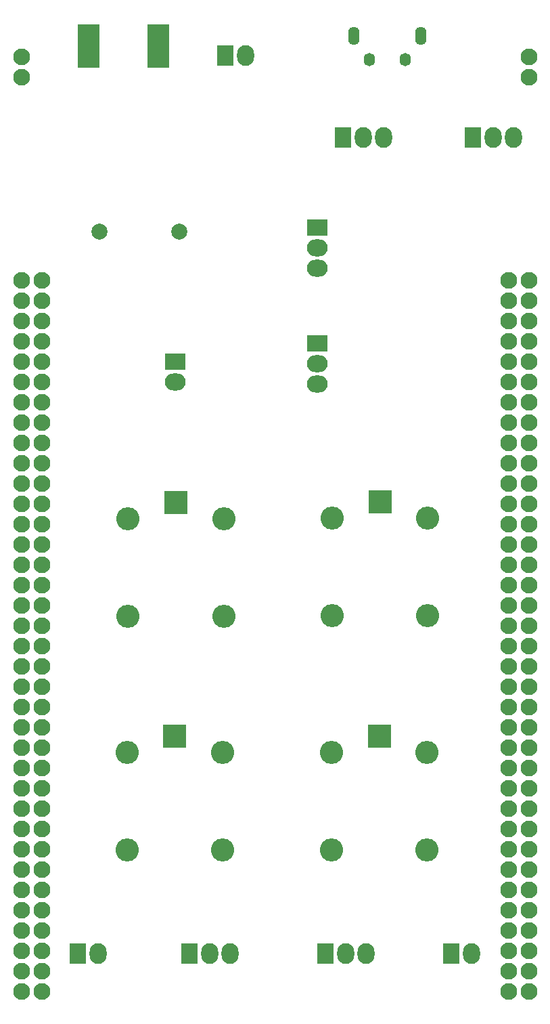
<source format=gbs>
G04 #@! TF.GenerationSoftware,KiCad,Pcbnew,5.0.0-rc2-dev-unknown-54f14b0~63~ubuntu16.04.1*
G04 #@! TF.CreationDate,2018-04-02T00:46:52+01:00*
G04 #@! TF.ProjectId,g5500-ethernet-controller,67353530302D65746865726E65742D63,rev?*
G04 #@! TF.SameCoordinates,Original*
G04 #@! TF.FileFunction,Soldermask,Bot*
G04 #@! TF.FilePolarity,Negative*
%FSLAX46Y46*%
G04 Gerber Fmt 4.6, Leading zero omitted, Abs format (unit mm)*
G04 Created by KiCad (PCBNEW 5.0.0-rc2-dev-unknown-54f14b0~63~ubuntu16.04.1) date Mon Apr  2 00:46:52 2018*
%MOMM*%
%LPD*%
G01*
G04 APERTURE LIST*
%ADD10R,2.140000X2.600000*%
%ADD11O,2.140000X2.600000*%
%ADD12O,2.900000X2.900000*%
%ADD13R,2.900000X2.900000*%
%ADD14C,2.100000*%
%ADD15O,1.400000X1.650000*%
%ADD16O,1.400000X2.300000*%
%ADD17R,2.800000X5.400000*%
%ADD18R,2.600000X2.140000*%
%ADD19O,2.600000X2.140000*%
%ADD20C,2.000000*%
G04 APERTURE END LIST*
D10*
X81750000Y-144500000D03*
D11*
X84290000Y-144500000D03*
X86830000Y-144500000D03*
D12*
X85912963Y-119339017D03*
X85912963Y-131539017D03*
X73912963Y-131539017D03*
X73912963Y-119339017D03*
D13*
X79912963Y-117339017D03*
X80039300Y-88130960D03*
D12*
X74039300Y-90130960D03*
X74039300Y-102330960D03*
X86039300Y-102330960D03*
X86039300Y-90130960D03*
D13*
X105585681Y-88010085D03*
D12*
X99585681Y-90010085D03*
X99585681Y-102210085D03*
X111585681Y-102210085D03*
X111585681Y-90010085D03*
X111500000Y-119300000D03*
X111500000Y-131500000D03*
X99500000Y-131500000D03*
X99500000Y-119300000D03*
D13*
X105500000Y-117300000D03*
D14*
X60725001Y-60287500D03*
X63265001Y-60287500D03*
X60725001Y-62827500D03*
X63265001Y-62827500D03*
X60725001Y-65367500D03*
X63265001Y-65367500D03*
X60725001Y-67907500D03*
X63265001Y-67907500D03*
X60725001Y-70447500D03*
X63265001Y-70447500D03*
X60725001Y-72987500D03*
X63265001Y-72987500D03*
X60725001Y-75527500D03*
X63265001Y-75527500D03*
X60725001Y-78067500D03*
X63265001Y-78067500D03*
X60725001Y-80607500D03*
X63265001Y-80607500D03*
X60725001Y-83147500D03*
X63265001Y-83147500D03*
X60725001Y-85687500D03*
X63265001Y-85687500D03*
X60725001Y-88227500D03*
X63265001Y-88227500D03*
X60725001Y-90767500D03*
X63265001Y-90767500D03*
X60725001Y-93307500D03*
X63265001Y-93307500D03*
X60725001Y-95847500D03*
X63265001Y-95847500D03*
X60725001Y-98387500D03*
X63265001Y-98387500D03*
X60725001Y-100927500D03*
X63265001Y-100927500D03*
X60725001Y-103467500D03*
X63265001Y-103467500D03*
X60725001Y-106007500D03*
X63265001Y-106007500D03*
X60725001Y-108547500D03*
X63265001Y-108547500D03*
X60725001Y-111087500D03*
X63265001Y-111087500D03*
X60725001Y-113627500D03*
X63265001Y-113627500D03*
X60725001Y-116167500D03*
X63265001Y-116167500D03*
X60725001Y-118707500D03*
X63265001Y-118707500D03*
X60725001Y-121247500D03*
X63265001Y-121247500D03*
X60725001Y-123787500D03*
X63265001Y-123787500D03*
X60725001Y-126327500D03*
X63265001Y-126327500D03*
X60725001Y-128867500D03*
X63265001Y-128867500D03*
X60725001Y-131407500D03*
X63265001Y-131407500D03*
X60725001Y-133947500D03*
X63265001Y-133947500D03*
X60725001Y-136487500D03*
X63265001Y-136487500D03*
X60725001Y-139027500D03*
X63265001Y-139027500D03*
X60725001Y-141567500D03*
X63265001Y-141567500D03*
X60725001Y-144107500D03*
X63265001Y-144107500D03*
X60725001Y-146647500D03*
X63265001Y-146647500D03*
X60725001Y-149187500D03*
X63265001Y-149187500D03*
X121685001Y-60287500D03*
X124225001Y-60287500D03*
X121685001Y-62827500D03*
X124225001Y-62827500D03*
X121685001Y-65367500D03*
X124225001Y-65367500D03*
X121685001Y-67907500D03*
X124225001Y-67907500D03*
X121685001Y-70447500D03*
X124225001Y-70447500D03*
X121685001Y-72987500D03*
X124225001Y-72987500D03*
X121685001Y-75527500D03*
X124225001Y-75527500D03*
X121685001Y-78067500D03*
X124225001Y-78067500D03*
X121685001Y-80607500D03*
X124225001Y-80607500D03*
X121685001Y-83147500D03*
X124225001Y-83147500D03*
X121685001Y-85687500D03*
X124225001Y-85687500D03*
X121685001Y-88227500D03*
X124225001Y-88227500D03*
X121685001Y-90767500D03*
X124225001Y-90767500D03*
X121685001Y-93307500D03*
X124225001Y-93307500D03*
X121685001Y-95847500D03*
X124225001Y-95847500D03*
X121685001Y-98387500D03*
X124225001Y-98387500D03*
X121685001Y-100927500D03*
X124225001Y-100927500D03*
X121685001Y-103467500D03*
X124225001Y-103467500D03*
X121685001Y-106007500D03*
X124225001Y-106007500D03*
X121685001Y-108547500D03*
X124225001Y-108547500D03*
X121685001Y-111087500D03*
X124225001Y-111087500D03*
X121685001Y-113627500D03*
X124225001Y-113627500D03*
X121685001Y-116167500D03*
X124225001Y-116167500D03*
X121685001Y-118707500D03*
X124225001Y-118707500D03*
X121685001Y-121247500D03*
X124225001Y-121247500D03*
X121685001Y-123787500D03*
X124225001Y-123787500D03*
X121685001Y-126327500D03*
X124225001Y-126327500D03*
X121685001Y-128867500D03*
X124225001Y-128867500D03*
X121685001Y-131407500D03*
X124225001Y-131407500D03*
X121685001Y-133947500D03*
X124225001Y-133947500D03*
X121685001Y-136487500D03*
X124225001Y-136487500D03*
X121685001Y-139027500D03*
X124225001Y-139027500D03*
X121685001Y-141567500D03*
X124225001Y-141567500D03*
X121685001Y-144107500D03*
X124225001Y-144107500D03*
X121685001Y-146647500D03*
X124225001Y-146647500D03*
X121685001Y-149187500D03*
X124225001Y-149187500D03*
X60725001Y-32347500D03*
X60725001Y-34887500D03*
X124225001Y-32347500D03*
X124225001Y-34887500D03*
D15*
X104275000Y-32750000D03*
X108725000Y-32750000D03*
D16*
X102325000Y-29750000D03*
X110675000Y-29750000D03*
D17*
X77875000Y-31000000D03*
X69125000Y-31000000D03*
D18*
X97750000Y-53750000D03*
D19*
X97750000Y-56290000D03*
X97750000Y-58830000D03*
X97750000Y-73290000D03*
X97750000Y-70750000D03*
D18*
X97750000Y-68210000D03*
X80000000Y-70500000D03*
D19*
X80000000Y-73040000D03*
D11*
X103830000Y-144500000D03*
X101290000Y-144500000D03*
D10*
X98750000Y-144500000D03*
D20*
X70500000Y-54250000D03*
X80500000Y-54250000D03*
D10*
X86250000Y-32250000D03*
D11*
X88790000Y-32250000D03*
D10*
X100960000Y-42500000D03*
D11*
X103500000Y-42500000D03*
X106040000Y-42500000D03*
X122330000Y-42500000D03*
X119790000Y-42500000D03*
D10*
X117250000Y-42500000D03*
X114500000Y-144500000D03*
D11*
X117040000Y-144500000D03*
D10*
X67750000Y-144500000D03*
D11*
X70290000Y-144500000D03*
M02*

</source>
